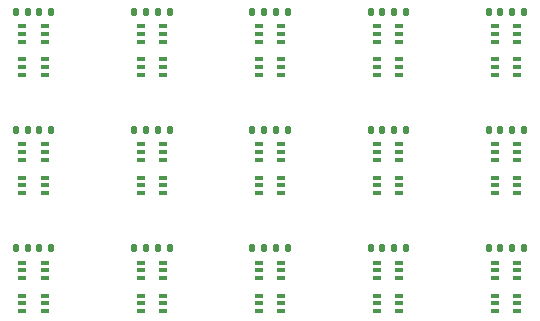
<source format=gbr>
%TF.GenerationSoftware,KiCad,Pcbnew,6.0.9*%
%TF.CreationDate,2023-01-31T22:29:55+01:00*%
%TF.ProjectId,hc245t-bypass-esd-panel,68633234-3574-42d6-9279-706173732d65,${revision}*%
%TF.SameCoordinates,Original*%
%TF.FileFunction,Paste,Top*%
%TF.FilePolarity,Positive*%
%FSLAX46Y46*%
G04 Gerber Fmt 4.6, Leading zero omitted, Abs format (unit mm)*
G04 Created by KiCad (PCBNEW 6.0.9) date 2023-01-31 22:29:55*
%MOMM*%
%LPD*%
G01*
G04 APERTURE LIST*
G04 Aperture macros list*
%AMRoundRect*
0 Rectangle with rounded corners*
0 $1 Rounding radius*
0 $2 $3 $4 $5 $6 $7 $8 $9 X,Y pos of 4 corners*
0 Add a 4 corners polygon primitive as box body*
4,1,4,$2,$3,$4,$5,$6,$7,$8,$9,$2,$3,0*
0 Add four circle primitives for the rounded corners*
1,1,$1+$1,$2,$3*
1,1,$1+$1,$4,$5*
1,1,$1+$1,$6,$7*
1,1,$1+$1,$8,$9*
0 Add four rect primitives between the rounded corners*
20,1,$1+$1,$2,$3,$4,$5,0*
20,1,$1+$1,$4,$5,$6,$7,0*
20,1,$1+$1,$6,$7,$8,$9,0*
20,1,$1+$1,$8,$9,$2,$3,0*%
G04 Aperture macros list end*
%ADD10RoundRect,0.140000X0.140000X0.170000X-0.140000X0.170000X-0.140000X-0.170000X0.140000X-0.170000X0*%
%ADD11RoundRect,0.135000X0.135000X0.185000X-0.135000X0.185000X-0.135000X-0.185000X0.135000X-0.185000X0*%
%ADD12R,0.650000X0.400000*%
G04 APERTURE END LIST*
D10*
%TO.C,C1*%
X124480000Y-92000000D03*
X123520000Y-92000000D03*
%TD*%
D11*
%TO.C,R1*%
X136510000Y-92000000D03*
X135490000Y-92000000D03*
%TD*%
D10*
%TO.C,C1*%
X114480000Y-92000000D03*
X113520000Y-92000000D03*
%TD*%
%TO.C,C1*%
X134480000Y-82000000D03*
X133520000Y-82000000D03*
%TD*%
D12*
%TO.C,U3*%
X94050000Y-106050000D03*
X94050000Y-106700000D03*
X94050000Y-107350000D03*
X95950000Y-107350000D03*
X95950000Y-106700000D03*
X95950000Y-106050000D03*
%TD*%
D11*
%TO.C,R1*%
X96510000Y-102000000D03*
X95490000Y-102000000D03*
%TD*%
%TO.C,R1*%
X116510000Y-82000000D03*
X115490000Y-82000000D03*
%TD*%
%TO.C,R1*%
X136510000Y-102000000D03*
X135490000Y-102000000D03*
%TD*%
D12*
%TO.C,U3*%
X94050000Y-86050000D03*
X94050000Y-86700000D03*
X94050000Y-87350000D03*
X95950000Y-87350000D03*
X95950000Y-86700000D03*
X95950000Y-86050000D03*
%TD*%
D10*
%TO.C,C1*%
X104480000Y-92000000D03*
X103520000Y-92000000D03*
%TD*%
%TO.C,C1*%
X124480000Y-82000000D03*
X123520000Y-82000000D03*
%TD*%
D12*
%TO.C,U3*%
X104050000Y-106050000D03*
X104050000Y-106700000D03*
X104050000Y-107350000D03*
X105950000Y-107350000D03*
X105950000Y-106700000D03*
X105950000Y-106050000D03*
%TD*%
D11*
%TO.C,R1*%
X96510000Y-82000000D03*
X95490000Y-82000000D03*
%TD*%
D12*
%TO.C,U2*%
X124050000Y-83250000D03*
X124050000Y-83900000D03*
X124050000Y-84550000D03*
X125950000Y-84550000D03*
X125950000Y-83900000D03*
X125950000Y-83250000D03*
%TD*%
D10*
%TO.C,C1*%
X114480000Y-82000000D03*
X113520000Y-82000000D03*
%TD*%
D12*
%TO.C,U2*%
X114050000Y-93250000D03*
X114050000Y-93900000D03*
X114050000Y-94550000D03*
X115950000Y-94550000D03*
X115950000Y-93900000D03*
X115950000Y-93250000D03*
%TD*%
%TO.C,U3*%
X104050000Y-96050000D03*
X104050000Y-96700000D03*
X104050000Y-97350000D03*
X105950000Y-97350000D03*
X105950000Y-96700000D03*
X105950000Y-96050000D03*
%TD*%
%TO.C,U3*%
X124050000Y-106050000D03*
X124050000Y-106700000D03*
X124050000Y-107350000D03*
X125950000Y-107350000D03*
X125950000Y-106700000D03*
X125950000Y-106050000D03*
%TD*%
D10*
%TO.C,C1*%
X124480000Y-102000000D03*
X123520000Y-102000000D03*
%TD*%
D11*
%TO.C,R1*%
X136510000Y-82000000D03*
X135490000Y-82000000D03*
%TD*%
D12*
%TO.C,U3*%
X134050000Y-96050000D03*
X134050000Y-96700000D03*
X134050000Y-97350000D03*
X135950000Y-97350000D03*
X135950000Y-96700000D03*
X135950000Y-96050000D03*
%TD*%
D10*
%TO.C,C1*%
X94480000Y-92000000D03*
X93520000Y-92000000D03*
%TD*%
%TO.C,C1*%
X104480000Y-82000000D03*
X103520000Y-82000000D03*
%TD*%
D12*
%TO.C,U3*%
X124050000Y-86050000D03*
X124050000Y-86700000D03*
X124050000Y-87350000D03*
X125950000Y-87350000D03*
X125950000Y-86700000D03*
X125950000Y-86050000D03*
%TD*%
%TO.C,U3*%
X94050000Y-96050000D03*
X94050000Y-96700000D03*
X94050000Y-97350000D03*
X95950000Y-97350000D03*
X95950000Y-96700000D03*
X95950000Y-96050000D03*
%TD*%
%TO.C,U2*%
X134050000Y-93250000D03*
X134050000Y-93900000D03*
X134050000Y-94550000D03*
X135950000Y-94550000D03*
X135950000Y-93900000D03*
X135950000Y-93250000D03*
%TD*%
D11*
%TO.C,R1*%
X106510000Y-92000000D03*
X105490000Y-92000000D03*
%TD*%
%TO.C,R1*%
X96510000Y-92000000D03*
X95490000Y-92000000D03*
%TD*%
D12*
%TO.C,U2*%
X94050000Y-103250000D03*
X94050000Y-103900000D03*
X94050000Y-104550000D03*
X95950000Y-104550000D03*
X95950000Y-103900000D03*
X95950000Y-103250000D03*
%TD*%
%TO.C,U2*%
X114050000Y-83250000D03*
X114050000Y-83900000D03*
X114050000Y-84550000D03*
X115950000Y-84550000D03*
X115950000Y-83900000D03*
X115950000Y-83250000D03*
%TD*%
D10*
%TO.C,C1*%
X94480000Y-102000000D03*
X93520000Y-102000000D03*
%TD*%
D12*
%TO.C,U3*%
X104050000Y-86050000D03*
X104050000Y-86700000D03*
X104050000Y-87350000D03*
X105950000Y-87350000D03*
X105950000Y-86700000D03*
X105950000Y-86050000D03*
%TD*%
D11*
%TO.C,R1*%
X106510000Y-82000000D03*
X105490000Y-82000000D03*
%TD*%
D10*
%TO.C,C1*%
X134480000Y-92000000D03*
X133520000Y-92000000D03*
%TD*%
D12*
%TO.C,U3*%
X134050000Y-86050000D03*
X134050000Y-86700000D03*
X134050000Y-87350000D03*
X135950000Y-87350000D03*
X135950000Y-86700000D03*
X135950000Y-86050000D03*
%TD*%
D11*
%TO.C,R1*%
X126510000Y-102000000D03*
X125490000Y-102000000D03*
%TD*%
D12*
%TO.C,U3*%
X124050000Y-96050000D03*
X124050000Y-96700000D03*
X124050000Y-97350000D03*
X125950000Y-97350000D03*
X125950000Y-96700000D03*
X125950000Y-96050000D03*
%TD*%
D11*
%TO.C,R1*%
X106510000Y-102000000D03*
X105490000Y-102000000D03*
%TD*%
%TO.C,R1*%
X126510000Y-92000000D03*
X125490000Y-92000000D03*
%TD*%
D10*
%TO.C,C1*%
X104480000Y-102000000D03*
X103520000Y-102000000D03*
%TD*%
%TO.C,C1*%
X134480000Y-102000000D03*
X133520000Y-102000000D03*
%TD*%
D12*
%TO.C,U2*%
X104050000Y-83250000D03*
X104050000Y-83900000D03*
X104050000Y-84550000D03*
X105950000Y-84550000D03*
X105950000Y-83900000D03*
X105950000Y-83250000D03*
%TD*%
D11*
%TO.C,R1*%
X116510000Y-92000000D03*
X115490000Y-92000000D03*
%TD*%
D12*
%TO.C,U2*%
X94050000Y-93250000D03*
X94050000Y-93900000D03*
X94050000Y-94550000D03*
X95950000Y-94550000D03*
X95950000Y-93900000D03*
X95950000Y-93250000D03*
%TD*%
%TO.C,U2*%
X124050000Y-93250000D03*
X124050000Y-93900000D03*
X124050000Y-94550000D03*
X125950000Y-94550000D03*
X125950000Y-93900000D03*
X125950000Y-93250000D03*
%TD*%
%TO.C,U2*%
X114050000Y-103250000D03*
X114050000Y-103900000D03*
X114050000Y-104550000D03*
X115950000Y-104550000D03*
X115950000Y-103900000D03*
X115950000Y-103250000D03*
%TD*%
%TO.C,U2*%
X94050000Y-83250000D03*
X94050000Y-83900000D03*
X94050000Y-84550000D03*
X95950000Y-84550000D03*
X95950000Y-83900000D03*
X95950000Y-83250000D03*
%TD*%
%TO.C,U3*%
X114050000Y-86050000D03*
X114050000Y-86700000D03*
X114050000Y-87350000D03*
X115950000Y-87350000D03*
X115950000Y-86700000D03*
X115950000Y-86050000D03*
%TD*%
%TO.C,U3*%
X114050000Y-96050000D03*
X114050000Y-96700000D03*
X114050000Y-97350000D03*
X115950000Y-97350000D03*
X115950000Y-96700000D03*
X115950000Y-96050000D03*
%TD*%
%TO.C,U3*%
X114050000Y-106050000D03*
X114050000Y-106700000D03*
X114050000Y-107350000D03*
X115950000Y-107350000D03*
X115950000Y-106700000D03*
X115950000Y-106050000D03*
%TD*%
%TO.C,U2*%
X124050000Y-103250000D03*
X124050000Y-103900000D03*
X124050000Y-104550000D03*
X125950000Y-104550000D03*
X125950000Y-103900000D03*
X125950000Y-103250000D03*
%TD*%
%TO.C,U2*%
X134050000Y-83250000D03*
X134050000Y-83900000D03*
X134050000Y-84550000D03*
X135950000Y-84550000D03*
X135950000Y-83900000D03*
X135950000Y-83250000D03*
%TD*%
%TO.C,U2*%
X104050000Y-103250000D03*
X104050000Y-103900000D03*
X104050000Y-104550000D03*
X105950000Y-104550000D03*
X105950000Y-103900000D03*
X105950000Y-103250000D03*
%TD*%
%TO.C,U2*%
X104050000Y-93250000D03*
X104050000Y-93900000D03*
X104050000Y-94550000D03*
X105950000Y-94550000D03*
X105950000Y-93900000D03*
X105950000Y-93250000D03*
%TD*%
D11*
%TO.C,R1*%
X126510000Y-82000000D03*
X125490000Y-82000000D03*
%TD*%
D10*
%TO.C,C1*%
X114480000Y-102000000D03*
X113520000Y-102000000D03*
%TD*%
D11*
%TO.C,R1*%
X116510000Y-102000000D03*
X115490000Y-102000000D03*
%TD*%
D12*
%TO.C,U2*%
X134050000Y-103250000D03*
X134050000Y-103900000D03*
X134050000Y-104550000D03*
X135950000Y-104550000D03*
X135950000Y-103900000D03*
X135950000Y-103250000D03*
%TD*%
%TO.C,U3*%
X134050000Y-106050000D03*
X134050000Y-106700000D03*
X134050000Y-107350000D03*
X135950000Y-107350000D03*
X135950000Y-106700000D03*
X135950000Y-106050000D03*
%TD*%
D10*
%TO.C,C1*%
X94480000Y-82000000D03*
X93520000Y-82000000D03*
%TD*%
M02*

</source>
